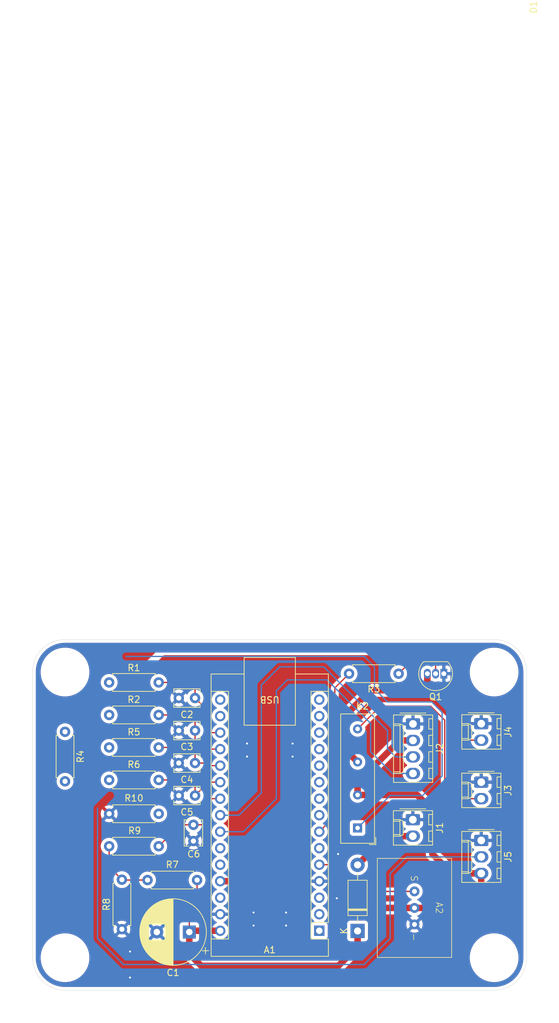
<source format=kicad_pcb>
(kicad_pcb (version 20240108) (generator "pcbnew") (generator_version "8.0")
  (title_block (title "Ardumiata Main PCB") (date "2024-05-12") (rev "v1") (comment 1 "Author: Mikołaj Bajkowski") (comment 2 "License: CC BY 4.0"))
  (layers (0 "F.Cu" signal) (31 "B.Cu" signal) (34 "B.Paste" user) (35 "F.Paste" user) (36 "B.SilkS" user "B.Silkscreen") (37 "F.SilkS" user "F.Silkscreen") (38 "B.Mask" user) (39 "F.Mask" user) (44 "Edge.Cuts" user))
  (net 0 "")
  (net 3 "FLT_VBAT")
  (net 6 "RELAY_ON")
  (net 8 "+3V3")
  (net 11 "SCL")
  (net 12 "+5V")
  (net 13 "FLT_EOP")
  (net 16 "Net-(A1-AREF)")
  (net 17 "SDA")
  (net 18 "FLT_ECT")
  (net 20 "Net-(A1-D2)")
  (net 26 "BAT_PWR")
  (net 27 "GND")
  (net 28 "FLT_EOT")
  (net 30 "Net-(D1-A)")
  (net 31 "ECT_EXT")
  (net 32 "EOT_RAW")
  (net 33 "EOP_IN")
  (net 34 "Net-(Q1-C)")
  (net 35 "Net-(K2-Pad1)")
  (net 36 "Net-(Q1-B)")
  (net 37 "Net-(R7-Pad1)")
  (footprint "Resistor_THT:R_Axial_DIN0207_L6.3mm_D2.5mm_P7.62mm_Horizontal" (layer "F.Cu") (at 113.47 96.225)
    (property "Reference" "R6" (at 3.81 -2.37 0) (layer "F.SilkS"))
    (property "Value" "47k")
    (pad "1" thru_hole circle (at 0 0) (size 1.6 1.6) (drill 0.8) (layers "*.Cu" "*.Mask") (net 33 "EOP_IN"))
    (pad "2" thru_hole oval (at 7.62 0) (size 1.6 1.6) (drill 0.8) (layers "*.Cu" "*.Mask") (net 13 "FLT_EOP"))
  )
  (footprint "Capacitor_THT:C_Disc_D3.8mm_W2.6mm_P2.50mm" (layer "F.Cu") (at 126.68 98.625 180)
    (property "Reference" "C5" (at 1.25 -2.55 180) (layer "F.SilkS"))
    (property "Value" "100n")
    (pad "1" thru_hole circle (at 0 0 180) (size 1.6 1.6) (drill 0.8) (layers "*.Cu" "*.Mask") (net 13 "FLT_EOP"))
    (pad "2" thru_hole circle (at 2.5 0 180) (size 1.6 1.6) (drill 0.8) (layers "*.Cu" "*.Mask") (net 27 "GND"))
  )
  (footprint "Capacitor_THT:C_Disc_D3.8mm_W2.6mm_P2.50mm" (layer "F.Cu") (at 126.68 93.625 180)
    (property "Reference" "C4" (at 1.25 -2.55 180) (layer "F.SilkS"))
    (property "Value" "100n")
    (pad "1" thru_hole circle (at 0 0 180) (size 1.6 1.6) (drill 0.8) (layers "*.Cu" "*.Mask") (net 28 "FLT_EOT"))
    (pad "2" thru_hole circle (at 2.5 0 180) (size 1.6 1.6) (drill 0.8) (layers "*.Cu" "*.Mask") (net 27 "GND"))
  )
  (footprint "MountingHole:MountingHole_3.5mm" (layer "F.Cu") (at 106.68 79.625)
    (property "Reference" "H1" (hide yes))
    (property "Value" "~" (hide yes))
    (pad "" np_thru_hole circle (at 0 0) (size 3.5 3.5) (drill 3.5) (layers "F&B.Cu" "*.Mask") (clearance 2))
  )
  (footprint "Capacitor_THT:C_Disc_D3.8mm_W2.6mm_P2.50mm" (layer "F.Cu") (at 126.68 88.625 180)
    (property "Reference" "C3" (at 1.25 -2.5 180) (layer "F.SilkS"))
    (property "Value" "100n")
    (pad "1" thru_hole circle (at 0 0 180) (size 1.6 1.6) (drill 0.8) (layers "*.Cu" "*.Mask") (net 18 "FLT_ECT"))
    (pad "2" thru_hole circle (at 2.5 0 180) (size 1.6 1.6) (drill 0.8) (layers "*.Cu" "*.Mask") (net 27 "GND"))
  )
  (footprint "Resistor_THT:R_Axial_DIN0207_L6.3mm_D2.5mm_P7.62mm_Horizontal" (layer "F.Cu") (at 115.43 119.185 90)
    (property "Reference" "R8" (at 3.81 -2.37 -90) (layer "F.SilkS"))
    (property "Value" "5k")
    (pad "1" thru_hole circle (at 0 0 90) (size 1.6 1.6) (drill 0.8) (layers "*.Cu" "*.Mask") (net 27 "GND"))
    (pad "2" thru_hole oval (at 7.62 0 90) (size 1.6 1.6) (drill 0.8) (layers "*.Cu" "*.Mask") (net 37 "Net-(R7-Pad1)"))
  )
  (footprint "Package_TO_SOT_THT:TO-92_Inline" (layer "F.Cu") (at 164.95 79.875 180)
    (property "Reference" "Q1" (at 1.27 -3.56 180) (layer "F.SilkS"))
    (property "Value" "PN2222A")
    (pad "1" thru_hole rect (at 0 0 180) (size 1.05 1.5) (drill 0.75) (layers "*.Cu" "*.Mask") (net 27 "GND"))
    (pad "2" thru_hole oval (at 1.27 0 180) (size 1.05 1.5) (drill 0.75) (layers "*.Cu" "*.Mask") (net 36 "Net-(Q1-B)"))
    (pad "3" thru_hole oval (at 2.54 0 180) (size 1.05 1.5) (drill 0.75) (layers "*.Cu" "*.Mask") (net 34 "Net-(Q1-C)"))
  )
  (footprint "Resistor_THT:R_Axial_DIN0207_L6.3mm_D2.5mm_P7.62mm_Horizontal" (layer "F.Cu") (at 121.09 81.225 180)
    (property "Reference" "R1" (at 3.81 2.25 180) (layer "F.SilkS"))
    (property "Value" "7k5")
    (pad "1" thru_hole circle (at 0 0 180) (size 1.6 1.6) (drill 0.8) (layers "*.Cu" "*.Mask") (net 16 "Net-(A1-AREF)"))
    (pad "2" thru_hole oval (at 7.62 0 180) (size 1.6 1.6) (drill 0.8) (layers "*.Cu" "*.Mask") (net 8 "+3V3"))
  )
  (footprint "Resistor_THT:R_Axial_DIN0207_L6.3mm_D2.5mm_P7.62mm_Horizontal" (layer "F.Cu") (at 157.99 79.875 180)
    (property "Reference" "R3" (at 3.81 -2.37 180) (layer "F.SilkS"))
    (property "Value" "10k")
    (pad "1" thru_hole circle (at 0 0 180) (size 1.6 1.6) (drill 0.8) (layers "*.Cu" "*.Mask") (net 36 "Net-(Q1-B)"))
    (pad "2" thru_hole oval (at 7.62 0 180) (size 1.6 1.6) (drill 0.8) (layers "*.Cu" "*.Mask") (net 6 "RELAY_ON"))
  )
  (footprint "Diode_THT:D_DO-41_SOD81_P10.16mm_Horizontal" (layer "F.Cu") (at 151.68 119.455 90)
    (property "Reference" "D1" (at 142.125 27.06 -90) (layer "F.SilkS"))
    (property "Value" "1N4002")
    (fp_text user "K" (at 0 -2.1 -90) (layer "F.SilkS"))
    (pad "1" thru_hole rect (at 0 0 90) (size 2.2 2.2) (drill 1.1) (layers "*.Cu" "*.Mask") (net 26 "BAT_PWR"))
    (pad "2" thru_hole oval (at 10.16 0 90) (size 2.2 2.2) (drill 1.1) (layers "*.Cu" "*.Mask") (net 30 "Net-(D1-A)"))
  )
  (footprint "MountingHole:MountingHole_3.5mm" (layer "F.Cu") (at 106.68 123.575)
    (property "Reference" "H4" (hide yes))
    (property "Value" "~" (hide yes))
    (pad "" np_thru_hole circle (at 0 0) (size 3.5 3.5) (drill 3.5) (layers "F&B.Cu" "*.Mask") (clearance 2))
  )
  (footprint "local_footlib:Iduino_ST1143" (layer "F.Cu") (at 160.43 115.915 -90)
    (property "Reference" "A2" (at 0 -3.81 -90) (layer "F.SilkS") (effects (font (thickness 0.1))))
    (property "Value" "Iduino_ST1143")
    (fp_text user "-" (at 3.81 0.635 -90) (layer "F.SilkS") (effects (font (thickness 0.1)) (justify left bottom)))
    (fp_text user "S" (at -5.08 0.635 -90) (layer "F.SilkS") (effects (font (thickness 0.1)) (justify left bottom)))
    (pad "1" thru_hole circle (at -2.54 0 270) (size 1.524 1.524) (drill 0.762) (layers "*.Cu" "*.Mask") (net 20 "Net-(A1-D2)"))
    (pad "2" thru_hole circle (at 0 0 270) (size 1.524 1.524) (drill 0.762) (layers "*.Cu" "*.Mask") (net 12 "+5V"))
    (pad "3" thru_hole circle (at 2.54 0 270) (size 1.524 1.524) (drill 0.762) (layers "*.Cu" "*.Mask") (net 27 "GND"))
  )
  (footprint "Connector_Molex:Molex_KK-254_AE-6410-02A_1x02_P2.54mm_Vertical" (layer "F.Cu") (at 160.18 102.335 -90)
    (property "Reference" "J1" (at 1.27 -4.12 90) (layer "F.SilkS"))
    (property "Value" "BAT_PWR")
    (pad "1" thru_hole roundrect (at 0 0 270) (size 1.74 2.19) (drill 1.19) (layers "*.Cu" "*.Mask") (roundrect_rratio 0.143678) (net 27 "GND"))
    (pad "2" thru_hole oval (at 2.54 0 270) (size 1.74 2.19) (drill 1.19) (layers "*.Cu" "*.Mask") (net 30 "Net-(D1-A)"))
  )
  (footprint "Capacitor_THT:C_Disc_D3.8mm_W2.6mm_P2.50mm" (layer "F.Cu") (at 126.43 103.125 -90)
    (property "Reference" "C6" (at 4.5 -0.05 180) (layer "F.SilkS"))
    (property "Value" "100n")
    (pad "1" thru_hole circle (at 0 0 270) (size 1.6 1.6) (drill 0.8) (layers "*.Cu" "*.Mask") (net 3 "FLT_VBAT"))
    (pad "2" thru_hole circle (at 2.5 0 270) (size 1.6 1.6) (drill 0.8) (layers "*.Cu" "*.Mask") (net 27 "GND"))
  )
  (footprint "Resistor_THT:R_Axial_DIN0207_L6.3mm_D2.5mm_P7.62mm_Horizontal" (layer "F.Cu") (at 119.37 111.625)
    (property "Reference" "R7" (at 3.81 -2.37 0) (layer "F.SilkS"))
    (property "Value" "33k")
    (pad "1" thru_hole circle (at 0 0) (size 1.6 1.6) (drill 0.8) (layers "*.Cu" "*.Mask") (net 37 "Net-(R7-Pad1)"))
    (pad "2" thru_hole oval (at 7.62 0) (size 1.6 1.6) (drill 0.8) (layers "*.Cu" "*.Mask") (net 26 "BAT_PWR"))
  )
  (footprint "Module:Arduino_Nano" (layer "F.Cu") (at 145.79 119.425 180)
    (property "Reference" "A1" (at 7.62 -2.95 180) (layer "F.SilkS"))
    (property "Value" "Arduino_Nano_v3.x")
    (fp_text user "USB" (at 7.62 35.56 180) (layer "F.SilkS"))
    (pad "1" thru_hole rect (at 0 0 180) (size 1.6 1.6) (drill 1) (layers "*.Cu" "*.Mask"))
    (pad "2" thru_hole oval (at 0 2.54 180) (size 1.6 1.6) (drill 1) (layers "*.Cu" "*.Mask"))
    (pad "3" thru_hole oval (at 0 5.08 180) (size 1.6 1.6) (drill 1) (layers "*.Cu" "*.Mask"))
    (pad "4" thru_hole oval (at 0 7.62 180) (size 1.6 1.6) (drill 1) (layers "*.Cu" "*.Mask") (net 27 "GND"))
    (pad "5" thru_hole oval (at 0 10.16 180) (size 1.6 1.6) (drill 1) (layers "*.Cu" "*.Mask") (net 20 "Net-(A1-D2)"))
    (pad "6" thru_hole oval (at 0 12.7 180) (size 1.6 1.6) (drill 1) (layers "*.Cu" "*.Mask"))
    (pad "7" thru_hole oval (at 0 15.24 180) (size 1.6 1.6) (drill 1) (layers "*.Cu" "*.Mask") (net 6 "RELAY_ON"))
    (pad "8" thru_hole oval (at 0 17.78 180) (size 1.6 1.6) (drill 1) (layers "*.Cu" "*.Mask"))
    (pad "9" thru_hole oval (at 0 20.32 180) (size 1.6 1.6) (drill 1) (layers "*.Cu" "*.Mask"))
    (pad "10" thru_hole oval (at 0 22.86 180) (size 1.6 1.6) (drill 1) (layers "*.Cu" "*.Mask"))
    (pad "11" thru_hole oval (at 0 25.4 180) (size 1.6 1.6) (drill 1) (layers "*.Cu" "*.Mask"))
    (pad "12" thru_hole oval (at 0 27.94 180) (size 1.6 1.6) (drill 1) (layers "*.Cu" "*.Mask"))
    (pad "13" thru_hole oval (at 0 30.48 180) (size 1.6 1.6) (drill 1) (layers "*.Cu" "*.Mask"))
    (pad "14" thru_hole oval (at 0 33.02 180) (size 1.6 1.6) (drill 1) (layers "*.Cu" "*.Mask"))
    (pad "15" thru_hole oval (at 0 35.56 180) (size 1.6 1.6) (drill 1) (layers "*.Cu" "*.Mask"))
    (pad "16" thru_hole oval (at 15.24 35.56 180) (size 1.6 1.6) (drill 1) (layers "*.Cu" "*.Mask"))
    (pad "17" thru_hole oval (at 15.24 33.02 180) (size 1.6 1.6) (drill 1) (layers "*.Cu" "*.Mask") (net 8 "+3V3"))
    (pad "18" thru_hole oval (at 15.24 30.48 180) (size 1.6 1.6) (drill 1) (layers "*.Cu" "*.Mask") (net 16 "Net-(A1-AREF)"))
    (pad "19" thru_hole oval (at 15.24 27.94 180) (size 1.6 1.6) (drill 1) (layers "*.Cu" "*.Mask") (net 18 "FLT_ECT"))
    (pad "20" thru_hole oval (at 15.24 25.4 180) (size 1.6 1.6) (drill 1) (layers "*.Cu" "*.Mask") (net 28 "FLT_EOT"))
    (pad "21" thru_hole oval (at 15.24 22.86 180) (size 1.6 1.6) (drill 1) (layers "*.Cu" "*.Mask") (net 13 "FLT_EOP"))
    (pad "22" thru_hole oval (at 15.24 20.32 180) (size 1.6 1.6) (drill 1) (layers "*.Cu" "*.Mask") (net 3 "FLT_VBAT"))
    (pad "23" thru_hole oval (at 15.24 17.78 180) (size 1.6 1.6) (drill 1) (layers "*.Cu" "*.Mask") (net 17 "SDA"))
    (pad "24" thru_hole oval (at 15.24 15.24 180) (size 1.6 1.6) (drill 1) (layers "*.Cu" "*.Mask") (net 11 "SCL"))
    (pad "25" thru_hole oval (at 15.24 12.7 180) (size 1.6 1.6) (drill 1) (layers "*.Cu" "*.Mask"))
    (pad "26" thru_hole oval (at 15.24 10.16 180) (size 1.6 1.6) (drill 1) (layers "*.Cu" "*.Mask"))
    (pad "27" thru_hole oval (at 15.24 7.62 180) (size 1.6 1.6) (drill 1) (layers "*.Cu" "*.Mask") (net 12 "+5V"))
    (pad "28" thru_hole oval (at 15.24 5.08 180) (size 1.6 1.6) (drill 1) (layers "*.Cu" "*.Mask"))
    (pad "29" thru_hole oval (at 15.24 2.54 180) (size 1.6 1.6) (drill 1) (layers "*.Cu" "*.Mask") (net 27 "GND"))
    (pad "30" thru_hole oval (at 15.24 0 180) (size 1.6 1.6) (drill 1) (layers "*.Cu" "*.Mask") (net 26 "BAT_PWR"))
  )
  (footprint "Capacitor_THT:C_Disc_D3.8mm_W2.6mm_P2.50mm" (layer "F.Cu") (at 126.68 83.625 180)
    (property "Reference" "C2" (at 1.25 -2.55 180) (layer "F.SilkS"))
    (property "Value" "100n")
    (pad "1" thru_hole circle (at 0 0 180) (size 1.6 1.6) (drill 0.8) (layers "*.Cu" "*.Mask") (net 16 "Net-(A1-AREF)"))
    (pad "2" thru_hole circle (at 2.5 0 180) (size 1.6 1.6) (drill 0.8) (layers "*.Cu" "*.Mask") (net 27 "GND"))
  )
  (footprint "Connector_Molex:Molex_KK-254_AE-6410-03A_1x03_P2.54mm_Vertical" (layer "F.Cu") (at 170.7 105.525 -90)
    (property "Reference" "J5" (at 2.54 -4.12 90) (layer "F.SilkS"))
    (property "Value" "EOP")
    (pad "1" thru_hole roundrect (at 0 0 270) (size 1.74 2.19) (drill 1.19) (layers "*.Cu" "*.Mask") (roundrect_rratio 0.143678) (net 27 "GND"))
    (pad "2" thru_hole oval (at 2.54 0 270) (size 1.74 2.19) (drill 1.19) (layers "*.Cu" "*.Mask") (net 33 "EOP_IN"))
    (pad "3" thru_hole oval (at 5.08 0 270) (size 1.74 2.19) (drill 1.19) (layers "*.Cu" "*.Mask") (net 12 "+5V"))
  )
  (footprint "Resistor_THT:R_Axial_DIN0207_L6.3mm_D2.5mm_P7.62mm_Horizontal" (layer "F.Cu") (at 113.47 86.225)
    (property "Reference" "R2" (at 3.81 -2.37 0) (layer "F.SilkS"))
    (property "Value" "100k")
    (pad "1" thru_hole circle (at 0 0) (size 1.6 1.6) (drill 0.8) (layers "*.Cu" "*.Mask") (net 35 "Net-(K2-Pad1)"))
    (pad "2" thru_hole oval (at 7.62 0) (size 1.6 1.6) (drill 0.8) (layers "*.Cu" "*.Mask") (net 18 "FLT_ECT"))
  )
  (footprint "MountingHole:MountingHole_3.5mm" (layer "F.Cu") (at 172.68 79.625)
    (property "Reference" "H2" (hide yes))
    (property "Value" "~" (hide yes))
    (pad "" np_thru_hole circle (at 0 0) (size 3.5 3.5) (drill 3.5) (layers "F&B.Cu" "*.Mask") (clearance 2))
  )
  (footprint "Connector_Molex:Molex_KK-254_AE-6410-02A_1x02_P2.54mm_Vertical" (layer "F.Cu") (at 170.7 87.565 -90)
    (property "Reference" "J4" (at 1.27 -4.12 90) (layer "F.SilkS"))
    (property "Value" "EOT")
    (pad "1" thru_hole roundrect (at 0 0 270) (size 1.74 2.19) (drill 1.19) (layers "*.Cu" "*.Mask") (roundrect_rratio 0.143678) (net 27 "GND"))
    (pad "2" thru_hole oval (at 2.54 0 270) (size 1.74 2.19) (drill 1.19) (layers "*.Cu" "*.Mask") (net 32 "EOT_RAW"))
  )
  (footprint "Resistor_THT:R_Axial_DIN0207_L6.3mm_D2.5mm_P7.62mm_Horizontal" (layer "F.Cu") (at 106.68 88.815 -90)
    (property "Reference" "R4" (at 3.81 -2.37 90) (layer "F.SilkS"))
    (property "Value" "270")
    (pad "1" thru_hole circle (at 0 0 270) (size 1.6 1.6) (drill 0.8) (layers "*.Cu" "*.Mask") (net 8 "+3V3"))
    (pad "2" thru_hole oval (at 7.62 0 270) (size 1.6 1.6) (drill 0.8) (layers "*.Cu" "*.Mask") (net 32 "EOT_RAW"))
  )
  (footprint "Capacitor_THT:CP_Radial_D10.0mm_P5.00mm" (layer "F.Cu") (at 125.797677 119.625 180)
    (property "Reference" "C1" (at 2.5 -6.25 180) (layer "F.SilkS"))
    (property "Value" "470u")
    (pad "1" thru_hole rect (at 0 0 180) (size 2 2) (drill 1) (layers "*.Cu" "*.Mask") (net 26 "BAT_PWR"))
    (pad "2" thru_hole circle (at 5 0 180) (size 2 2) (drill 1) (layers "*.Cu" "*.Mask") (net 27 "GND"))
  )
  (footprint "Relay_THT:Relay_SPST_StandexMeder_SIL_Form1A" (layer "F.Cu") (at 151.68 103.615 90)
    (property "Reference" "K2" (at 18.74 0.75 0) (layer "F.SilkS"))
    (property "Value" "3570.1331.051")
    (pad "1" thru_hole rect (at 0 0 90) (size 1.4 1.4) (drill 0.7) (layers "*.Cu" "*.Mask") (net 35 "Net-(K2-Pad1)"))
    (pad "3" thru_hole circle (at 5.08 0 90) (size 1.4 1.4) (drill 0.7) (layers "*.Cu" "*.Mask") (net 12 "+5V"))
    (pad "5" thru_hole circle (at 10.16 0 90) (size 1.4 1.4) (drill 0.7) (layers "*.Cu" "*.Mask") (net 34 "Net-(Q1-C)"))
    (pad "7" thru_hole circle (at 15.24 0 90) (size 1.4 1.4) (drill 0.7) (layers "*.Cu" "*.Mask") (net 31 "ECT_EXT"))
  )
  (footprint "Connector_Molex:Molex_KK-254_AE-6410-02A_1x02_P2.54mm_Vertical" (layer "F.Cu") (at 170.7 96.565 -90)
    (property "Reference" "J3" (at 1.27 -4.12 90) (layer "F.SilkS"))
    (property "Value" "ECT_EXT")
    (pad "1" thru_hole roundrect (at 0 0 270) (size 1.74 2.19) (drill 1.19) (layers "*.Cu" "*.Mask") (roundrect_rratio 0.143678) (net 27 "GND"))
    (pad "2" thru_hole oval (at 2.54 0 270) (size 1.74 2.19) (drill 1.19) (layers "*.Cu" "*.Mask") (net 31 "ECT_EXT"))
  )
  (footprint "Connector_Molex:Molex_KK-254_AE-6410-04A_1x04_P2.54mm_Vertical" (layer "F.Cu") (at 160.2 87.605 -90)
    (property "Reference" "J2" (at 3.81 -4.12 90) (layer "F.SilkS"))
    (property "Value" "LCD_I2C")
    (pad "1" thru_hole roundrect (at 0 0 270) (size 1.74 2.19) (drill 1.19) (layers "*.Cu" "*.Mask") (roundrect_rratio 0.143678) (net 27 "GND"))
    (pad "2" thru_hole oval (at 2.54 0 270) (size 1.74 2.19) (drill 1.19) (layers "*.Cu" "*.Mask") (net 12 "+5V"))
    (pad "3" thru_hole oval (at 5.08 0 270) (size 1.74 2.19) (drill 1.19) (layers "*.Cu" "*.Mask") (net 17 "SDA"))
    (pad "4" thru_hole oval (at 7.62 0 270) (size 1.74 2.19) (drill 1.19) (layers "*.Cu" "*.Mask") (net 11 "SCL"))
  )
  (footprint "Resistor_THT:R_Axial_DIN0207_L6.3mm_D2.5mm_P7.62mm_Horizontal" (layer "F.Cu") (at 113.47 91.225)
    (property "Reference" "R5" (at 3.81 -2.37 0) (layer "F.SilkS"))
    (property "Value" "100k")
    (pad "1" thru_hole circle (at 0 0) (size 1.6 1.6) (drill 0.8) (layers "*.Cu" "*.Mask") (net 32 "EOT_RAW"))
    (pad "2" thru_hole oval (at 7.62 0) (size 1.6 1.6) (drill 0.8) (layers "*.Cu" "*.Mask") (net 28 "FLT_EOT"))
  )
  (footprint "Resistor_THT:R_Axial_DIN0207_L6.3mm_D2.5mm_P7.62mm_Horizontal" (layer "F.Cu") (at 113.47 101.425)
    (property "Reference" "R10" (at 3.81 -2.4 0) (layer "F.SilkS"))
    (property "Value" "47k")
    (pad "1" thru_hole circle (at 0 0) (size 1.6 1.6) (drill 0.8) (layers "*.Cu" "*.Mask") (net 27 "GND"))
    (pad "2" thru_hole oval (at 7.62 0) (size 1.6 1.6) (drill 0.8) (layers "*.Cu" "*.Mask") (net 13 "FLT_EOP"))
  )
  (footprint "MountingHole:MountingHole_3.5mm" (layer "F.Cu") (at 172.68 123.575)
    (property "Reference" "H3" (hide yes))
    (property "Value" "~" (hide yes))
    (pad "" np_thru_hole circle (at 0 0) (size 3.5 3.5) (drill 3.5) (layers "F&B.Cu" "*.Mask") (clearance 2))
  )
  (footprint "Resistor_THT:R_Axial_DIN0207_L6.3mm_D2.5mm_P7.62mm_Horizontal" (layer "F.Cu") (at 113.47 106.425)
    (property "Reference" "R9" (at 3.91 -2.4 0) (layer "F.SilkS"))
    (property "Value" "100k")
    (pad "1" thru_hole circle (at 0 0) (size 1.6 1.6) (drill 0.8) (layers "*.Cu" "*.Mask") (net 37 "Net-(R7-Pad1)"))
    (pad "2" thru_hole oval (at 7.62 0) (size 1.6 1.6) (drill 0.8) (layers "*.Cu" "*.Mask") (net 3 "FLT_VBAT"))
  )
  (gr_line (start 172.68 128.575) (end 106.68 128.575) (stroke (width 0.05)) (layer "Edge.Cuts"))
  (gr_line (start 177.68 123.575) (end 177.68 79.625) (stroke (width 0.05)) (layer "Edge.Cuts"))
  (gr_arc (start 177.68 123.575) (mid 176.215534 127.110534) (end 172.68 128.575) (stroke (width 0.05)) (layer "Edge.Cuts"))
  (gr_line (start 101.68 123.575) (end 101.68 79.625) (stroke (width 0.05)) (layer "Edge.Cuts"))
  (gr_arc (start 172.68 74.625) (mid 176.215534 76.089466) (end 177.68 79.625) (stroke (width 0.05)) (layer "Edge.Cuts"))
  (gr_arc (start 106.68 128.575) (mid 103.144466 127.110534) (end 101.68 123.575) (stroke (width 0.05)) (layer "Edge.Cuts"))
  (gr_line (start 172.68 74.625) (end 106.68 74.625) (stroke (width 0.05)) (layer "Edge.Cuts"))
  (gr_arc (start 101.68 79.625) (mid 103.144466 76.089466) (end 106.68 74.625) (stroke (width 0.05)) (layer "Edge.Cuts"))
  (segment (start 126.43 103.185) (end 126.43 103.125) (width 0.2) (layer "F.Cu") (net 3))
  (segment (start 128.43 99.625) (end 128.95 99.105) (width 0.2) (layer "F.Cu") (net 3))
  (segment (start 128.43 102.375) (end 128.43 99.625) (width 0.2) (layer "F.Cu") (net 3))
  (segment (start 128.95 99.105) (end 130.55 99.105) (width 0.2) (layer "F.Cu") (net 3))
  (segment (start 127.68 103.125) (end 128.43 102.375) (width 0.2) (layer "F.Cu") (net 3))
  (segment (start 124.39 103.125) (end 121.09 106.425) (width 0.2) (layer "F.Cu") (net 3))
  (segment (start 126.43 103.125) (end 127.68 103.125) (width 0.2) (layer "F.Cu") (net 3))
  (segment (start 126.43 103.125) (end 124.39 103.125) (width 0.2) (layer "F.Cu") (net 3))
  (segment (start 148.18 82.065) (end 150.37 79.875) (width 0.2) (layer "F.Cu") (net 6))
  (segment (start 148.18 101.795) (end 148.18 82.065) (width 0.2) (layer "F.Cu") (net 6))
  (segment (start 145.79 104.185) (end 148.18 101.795) (width 0.2) (layer "F.Cu") (net 6))
  (segment (start 134.12 104.185) (end 130.55 104.185) (width 0.2) (layer "B.Cu") (net 11))
  (segment (start 153.68 91.875) (end 153.68 87.525) (width 0.2) (layer "B.Cu") (net 11))
  (segment (start 160.2 95.225) (end 157.03 95.225) (width 0.2) (layer "B.Cu") (net 11))
  (segment (start 157.03 95.225) (end 153.68 91.875) (width 0.2) (layer "B.Cu") (net 11))
  (segment (start 146.98 80.825) (end 140.88 80.825) (width 0.2) (layer "B.Cu") (net 11))
  (segment (start 139.18 82.525) (end 139.18 99.125) (width 0.2) (layer "B.Cu") (net 11))
  (segment (start 139.18 99.125) (end 134.12 104.185) (width 0.2) (layer "B.Cu") (net 11))
  (segment (start 153.68 87.525) (end 146.98 80.825) (width 0.2) (layer "B.Cu") (net 11))
  (segment (start 140.88 80.825) (end 139.18 82.525) (width 0.2) (layer "B.Cu") (net 11))
  (segment (start 135.36 111.805) (end 130.55 111.805) (width 1) (layer "F.Cu") (net 12))
  (segment (start 148.48 120.625) (end 147.23 121.875) (width 1) (layer "F.Cu") (net 12))
  (segment (start 150.39 115.915) (end 148.48 117.825) (width 1) (layer "F.Cu") (net 12))
  (segment (start 148.48 117.825) (end 148.48 120.625) (width 1) (layer "F.Cu") (net 12))
  (segment (start 160.43 115.915) (end 150.39 115.915) (width 1) (layer "F.Cu") (net 12))
  (segment (start 140.68 121.875) (end 138.18 119.375) (width 1) (layer "F.Cu") (net 12))
  (segment (start 167.89 115.915) (end 160.43 115.915) (width 1) (layer "F.Cu") (net 12))
  (segment (start 138.18 114.625) (end 135.36 111.805) (width 1) (layer "F.Cu") (net 12))
  (segment (start 151.68 96.625) (end 158.16 90.145) (width 1) (layer "F.Cu") (net 12))
  (segment (start 163.18 107.625) (end 166.16 110.605) (width 1) (layer "F.Cu") (net 12))
  (segment (start 158.16 90.145) (end 160.2 90.145) (width 1) (layer "F.Cu") (net 12))
  (segment (start 151.68 98.535) (end 160.84 98.535) (width 1) (layer "F.Cu") (net 12))
  (segment (start 138.18 119.375) (end 138.18 114.625) (width 1) (layer "F.Cu") (net 12))
  (segment (start 170.7 113.105) (end 167.89 115.915) (width 1) (layer "F.Cu") (net 12))
  (segment (start 151.68 98.535) (end 151.68 96.625) (width 1) (layer "F.Cu") (net 12))
  (segment (start 160.84 98.535) (end 163.18 100.875) (width 1) (layer "F.Cu") (net 12))
  (segment (start 163.18 100.875) (end 163.18 107.625) (width 1) (layer "F.Cu") (net 12))
  (segment (start 166.16 110.605) (end 170.7 110.605) (width 1) (layer "F.Cu") (net 12))
  (segment (start 170.7 110.605) (end 170.7 113.105) (width 1) (layer "F.Cu") (net 12))
  (segment (start 147.23 121.875) (end 140.68 121.875) (width 1) (layer "F.Cu") (net 12))
  (segment (start 126.68 97.025) (end 125.88 96.225) (width 0.2) (layer "F.Cu") (net 13))
  (segment (start 126.68 98.625) (end 128.74 96.565) (width 0.2) (layer "F.Cu") (net 13))
  (segment (start 125.88 96.225) (end 121.09 96.225) (width 0.2) (layer "F.Cu") (net 13))
  (segment (start 126.68 98.625) (end 126.68 97.025) (width 0.2) (layer "F.Cu") (net 13))
  (segment (start 128.74 96.565) (end 130.55 96.565) (width 0.2) (layer "F.Cu") (net 13))
  (segment (start 128.43 88.375) (end 128.43 85.375) (width 0.2) (layer "F.Cu") (net 16))
  (segment (start 126.68 82.025) (end 125.88 81.225) (width 0.2) (layer "F.Cu") (net 16))
  (segment (start 125.88 81.225) (end 121.09 81.225) (width 0.2) (layer "F.Cu") (net 16))
  (segment (start 130.55 88.945) (end 129 88.945) (width 0.2) (layer "F.Cu") (net 16))
  (segment (start 126.68 83.625) (end 126.68 82.025) (width 0.2) (layer "F.Cu") (net 16))
  (segment (start 128.43 85.375) (end 126.68 83.625) (width 0.2) (layer "F.Cu") (net 16))
  (segment (start 129 88.945) (end 128.43 88.375) (width 0.2) (layer "F.Cu") (net 16))
  (segment (start 146.48 78.825) (end 139.68 78.825) (width 0.2) (layer "B.Cu") (net 17))
  (segment (start 133.46 101.645) (end 130.55 101.645) (width 0.2) (layer "B.Cu") (net 17))
  (segment (start 136.88 81.625) (end 136.88 98.225) (width 0.2) (layer "B.Cu") (net 17))
  (segment (start 157.54 92.685) (end 156.28 91.425) (width 0.2) (layer "B.Cu") (net 17))
  (segment (start 139.68 78.825) (end 136.88 81.625) (width 0.2) (layer "B.Cu") (net 17))
  (segment (start 160.2 92.685) (end 157.54 92.685) (width 0.2) (layer "B.Cu") (net 17))
  (segment (start 156.28 91.425) (end 156.28 88.625) (width 0.2) (layer "B.Cu") (net 17))
  (segment (start 156.28 88.625) (end 146.48 78.825) (width 0.2) (layer "B.Cu") (net 17))
  (segment (start 136.88 98.225) (end 133.46 101.645) (width 0.2) (layer "B.Cu") (net 17))
  (segment (start 126.68 87.025) (end 125.88 86.225) (width 0.2) (layer "F.Cu") (net 18))
  (segment (start 128.04 91.485) (end 126.68 90.125) (width 0.2) (layer "F.Cu") (net 18))
  (segment (start 125.88 86.225) (end 121.09 86.225) (width 0.2) (layer "F.Cu") (net 18))
  (segment (start 126.68 90.125) (end 126.68 88.625) (width 0.2) (layer "F.Cu") (net 18))
  (segment (start 126.68 88.625) (end 126.68 87.025) (width 0.2) (layer "F.Cu") (net 18))
  (segment (start 130.55 91.485) (end 128.04 91.485) (width 0.2) (layer "F.Cu") (net 18))
  (segment (start 150.43 113.375) (end 148.93 111.875) (width 0.2) (layer "F.Cu") (net 20))
  (segment (start 148.93 111.875) (end 148.93 110.375) (width 0.2) (layer "F.Cu") (net 20))
  (segment (start 148.93 110.375) (end 147.82 109.265) (width 0.2) (layer "F.Cu") (net 20))
  (segment (start 160.43 113.375) (end 150.43 113.375) (width 0.2) (layer "F.Cu") (net 20))
  (segment (start 147.82 109.265) (end 145.79 109.265) (width 0.2) (layer "F.Cu") (net 20))
  (segment (start 127.63 124.825) (end 148.73 124.825) (width 1) (layer "F.Cu") (net 26))
  (segment (start 125.797677 119.625) (end 125.797677 122.992677) (width 1) (layer "F.Cu") (net 26))
  (segment (start 125.997677 119.425) (end 125.797677 119.625) (width 1) (layer "F.Cu") (net 26))
  (segment (start 125.797677 122.992677) (end 127.63 124.825) (width 1) (layer "F.Cu") (net 26))
  (segment (start 126.99 114.565) (end 125.797677 115.757323) (width 0.2) (layer "F.Cu") (net 26))
  (segment (start 148.73 124.825) (end 151.68 121.875) (width 1) (layer "F.Cu") (net 26))
  (segment (start 130.55 119.425) (end 125.997677 119.425) (width 1) (layer "F.Cu") (net 26))
  (segment (start 125.797677 115.757323) (end 125.797677 119.625) (width 0.2) (layer "F.Cu") (net 26))
  (segment (start 126.99 111.625) (end 126.99 114.565) (width 0.2) (layer "F.Cu") (net 26))
  (segment (start 151.68 121.875) (end 151.68 119.455) (width 1) (layer "F.Cu") (net 26))
  (via (at 116.68 122.625) (size 0.6) (drill 0.3) (layers "F.Cu" "B.Cu") (net 27))
  (via (at 134.68 92.625) (size 0.6) (drill 0.3) (layers "F.Cu" "B.Cu") (net 27))
  (via (at 141.68 90.625) (size 0.6) (drill 0.3) (layers "F.Cu" "B.Cu") (net 27))
  (via (at 148.68 107.625) (size 0.6) (drill 0.3) (layers "F.Cu" "B.Cu") (net 27))
  (via (at 148.48 114.425) (size 0.6) (drill 0.3) (layers "F.Cu" "B.Cu") (net 27))
  (via (at 140.68 118.625) (size 0.6) (drill 0.3) (layers "F.Cu" "B.Cu") (net 27))
  (via (at 116.68 126.625) (size 0.6) (drill 0.3) (layers "F.Cu" "B.Cu") (net 27))
  (via (at 135.68 118.625) (size 0.6) (drill 0.3) (layers "F.Cu" "B.Cu") (net 27))
  (via (at 140.68 116.625) (size 0.6) (drill 0.3) (layers "F.Cu" "B.Cu") (net 27))
  (via (at 134.68 90.625) (size 0.6) (drill 0.3) (layers "F.Cu" "B.Cu") (net 27))
  (via (at 135.68 116.625) (size 0.6) (drill 0.3) (layers "F.Cu" "B.Cu") (net 27))
  (via (at 141.68 92.625) (size 0.6) (drill 0.3) (layers "F.Cu" "B.Cu") (net 27))
  (segment (start 125.88 91.225) (end 121.09 91.225) (width 0.2) (layer "F.Cu") (net 28))
  (segment (start 128.18 93.625) (end 128.58 94.025) (width 0.2) (layer "F.Cu") (net 28))
  (segment (start 126.68 92.025) (end 125.88 91.225) (width 0.2) (layer "F.Cu") (net 28))
  (segment (start 128.58 94.025) (end 130.55 94.025) (width 0.2) (layer "F.Cu") (net 28))
  (segment (start 126.68 93.625) (end 128.18 93.625) (width 0.2) (layer "F.Cu") (net 28))
  (segment (start 126.68 93.625) (end 126.68 92.025) (width 0.2) (layer "F.Cu") (net 28))
  (segment (start 160.18 104.875) (end 156.1 104.875) (width 1) (layer "F.Cu") (net 30))
  (segment (start 156.1 104.875) (end 151.68 109.295) (width 1) (layer "F.Cu") (net 30))
  (segment (start 155.18 84.875) (end 162.93 84.875) (width 0.2) (layer "F.Cu") (net 31))
  (segment (start 166.76 99.105) (end 170.7 99.105) (width 0.2) (layer "F.Cu") (net 31))
  (segment (start 165.08 87.025) (end 165.08 97.425) (width 0.2) (layer "F.Cu") (net 31))
  (segment (start 162.93 84.875) (end 165.08 87.025) (width 0.2) (layer "F.Cu") (net 31))
  (segment (start 165.08 97.425) (end 166.76 99.105) (width 0.2) (layer "F.Cu") (net 31))
  (segment (start 151.68 88.375) (end 155.18 84.875) (width 0.2) (layer "F.Cu") (net 31))
  (segment (start 168.41 90.105) (end 166.93 88.625) (width 0.2) (layer "F.Cu") (net 32))
  (segment (start 170.7 90.105) (end 168.41 90.105) (width 0.2) (layer "F.Cu") (net 32))
  (segment (start 165.28 76.425) (end 121.63 76.425) (width 0.2) (layer "F.Cu") (net 32))
  (segment (start 166.93 78.075) (end 165.28 76.425) (width 0.2) (layer "F.Cu") (net 32))
  (segment (start 166.93 88.625) (end 166.93 78.075) (width 0.2) (layer "F.Cu") (net 32))
  (segment (start 156.68 120.625) (end 152.68 124.625) (width 0.2) (layer "B.Cu") (net 33))
  (segment (start 159.24 108.065) (end 156.68 110.625) (width 0.2) (layer "B.Cu") (net 33))
  (segment (start 156.68 110.625) (end 156.68 120.625) (width 0.2) (layer "B.Cu") (net 33))
  (segment (start 170.7 108.065) (end 159.24 108.065) (width 0.2) (layer "B.Cu") (net 33))
  (segment (start 115.68 124.625) (end 111.68 120.625) (width 0.2) (layer "B.Cu") (net 33))
  (segment (start 111.68 120.625) (end 111.68 100.565) (width 0.2) (layer "B.Cu") (net 33))
  (segment (start 152.68 124.625) (end 115.68 124.625) (width 0.2) (layer "B.Cu") (net 33))
  (segment (start 161.28 82.425) (end 162.41 81.295) (width 1) (layer "F.Cu") (net 34))
  (segment (start 149.68 91.455) (end 149.68 86.425) (width 1) (layer "F.Cu") (net 34))
  (segment (start 162.41 81.295) (end 162.41 79.875) (width 1) (layer "F.Cu") (net 34))
  (segment (start 151.68 93.455) (end 149.68 91.455) (width 1) (layer "F.Cu") (net 34))
  (segment (start 149.68 86.425) (end 153.68 82.425) (width 1) (layer "F.Cu") (net 34))
  (segment (start 153.68 82.425) (end 161.28 82.425) (width 1) (layer "F.Cu") (net 34))
  (segment (start 152.68 77.225) (end 116.08 77.225) (width 0.2) (layer "B.Cu") (net 35))
  (segment (start 154.28 82.225) (end 154.28 78.825) (width 0.2) (layer "B.Cu") (net 35))
  (segment (start 161.68 98.625) (end 164.68 95.625) (width 0.2) (layer "B.Cu") (net 35))
  (segment (start 156.28 84.225) (end 154.28 82.225) (width 0.2) (layer "B.Cu") (net 35))
  (segment (start 154.28 78.825) (end 152.68 77.225) (width 0.2) (layer "B.Cu") (net 35))
  (segment (start 156.67 98.625) (end 161.68 98.625) (width 0.2) (layer "B.Cu") (net 35))
  (segment (start 164.68 85.825) (end 163.08 84.225) (width 0.2) (layer "B.Cu") (net 35))
  (segment (start 151.68 103.615) (end 156.67 98.625) (width 0.2) (layer "B.Cu") (net 35))
  (segment (start 163.08 84.225) (end 156.28 84.225) (width 0.2) (layer "B.Cu") (net 35))
  (segment (start 164.68 95.625) (end 164.68 85.825) (width 0.2) (layer "B.Cu") (net 35))
  (segment (start 159.99 77.875) (end 163.18 77.875) (width 0.2) (layer "F.Cu") (net 36))
  (segment (start 163.18 77.875) (end 163.68 78.375) (width 0.2) (layer "F.Cu") (net 36))
  (segment (start 163.68 78.375) (end 163.68 79.875) (width 0.2) (layer "F.Cu") (net 36))
  (segment (start 157.99 79.875) (end 159.99 77.875) (width 0.2) (layer "F.Cu") (net 36))
  (segment (start 115.43 111.565) (end 113.47 109.605) (width 0.2) (layer "F.Cu") (net 37))
  (segment (start 119.37 111.625) (end 115.49 111.625) (width 0.2) (layer "F.Cu") (net 37))
  (segment (start 113.47 109.605) (end 113.47 106.425) (width 0.2) (layer "F.Cu") (net 37))
  (segment (start 115.49 111.625) (end 115.43 111.565) (width 0.2) (layer "F.Cu") (net 37))
  (zone (net 27) (net_name "GND") (layers "F&B.Cu") (connect_pads (clearance 0.5)) (min_thickness 0.25) (fill yes (thermal_gap 0.5) (thermal_bridge_width 0.5))
    (polygon (pts (xy 96.68 69.625) (xy 182.68 69.625) (xy 182.68 133.625) (xy 96.68 133.625)))
  )
)
</source>
